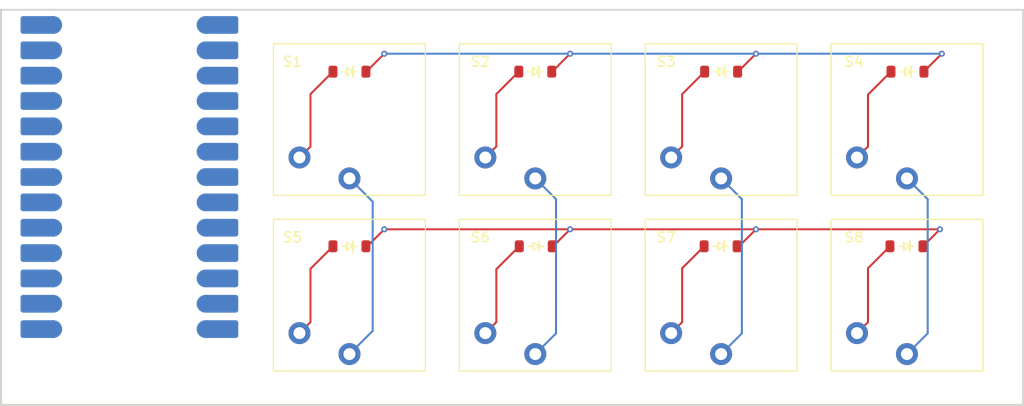
<source format=kicad_pcb>
(kicad_pcb (version 20241229) (generator "pcbnew") (generator_version "9.0")
  (layers (0 "F.Cu" signal) (2 "B.Cu" signal) (13 "F.Paste" user) (15 "B.Paste" user) (5 "F.SilkS" user "F.Silkscreen") (7 "B.SilkS" user "B.Silkscreen") (1 "F.Mask" user) (3 "B.Mask" user) (25 "Edge.Cuts" user))
  (net 0 "")
  (net 1 "Row0")
  (net 2 "Net-(D1-A)")
  (net 3 "Net-(D2-A)")
  (net 4 "Net-(D3-A)")
  (net 5 "Net-(D4-A)")
  (net 6 "Net-(D5-A)")
  (net 7 "Row1")
  (net 8 "Net-(D6-A)")
  (net 9 "Net-(D7-A)")
  (net 10 "Net-(D8-A)")
  (net 11 "Col1")
  (net 12 "Col0")
  (net 13 "Col2")
  (net 14 "Col3")
  (footprint "ScottoKeebs_Components:Diode_SOD-123" (layer "F.Cu") (at 135.65 65.5 180)
    (property "Reference" "D7" (hide yes))
    (property "Value" "Diode")
    (fp_line (start 0.25 0.4) (end -0.35 0) (stroke (width 0.15)) (layer "F.SilkS"))
    (fp_line (start 0.25 0) (end 0.75 0) (stroke (width 0.15)) (layer "F.SilkS"))
    (fp_line (start 0.25 -0.4) (end 0.25 0.4) (stroke (width 0.15)) (layer "F.SilkS"))
    (fp_line (start -0.35 0) (end 0.25 -0.4) (stroke (width 0.15)) (layer "F.SilkS"))
    (fp_line (start -0.35 0) (end -0.35 0.55) (stroke (width 0.15)) (layer "F.SilkS"))
    (fp_line (start -0.35 0) (end -0.35 -0.55) (stroke (width 0.15)) (layer "F.SilkS"))
    (fp_line (start -0.75 0) (end -0.35 0) (stroke (width 0.15)) (layer "F.SilkS"))
    (pad "1" smd roundrect (at -1.65 0 180) (size 0.9 1.2) (layers "F.Cu" "F.Mask" "F.Paste") (net 7 "Row1"))
    (pad "2" smd roundrect (at 1.65 0 180) (size 0.9 1.2) (layers "F.Cu" "F.Mask" "F.Paste") (net 9 "Net-(D7-A)"))
  )
  (footprint "PCM_Switch_Keyboard_Kailh:SW_Kailh_Choc_V1" (layer "F.Cu") (at 135.7 70.4 180)
    (property "Reference" "S7" (at 5.5 5.8 0) (layer "F.SilkS"))
    (property "Value" "Keyswitch")
    (fp_line (start 7.6 7.6) (end 7.6 -7.6) (stroke (width 0.12)) (layer "F.SilkS"))
    (fp_line (start 7.6 -7.6) (end -7.6 -7.6) (stroke (width 0.12)) (layer "F.SilkS"))
    (fp_line (start -7.6 7.6) (end 7.6 7.6) (stroke (width 0.12)) (layer "F.SilkS"))
    (fp_line (start -7.6 -7.6) (end -7.6 7.6) (stroke (width 0.12)) (layer "F.SilkS"))
    (pad "" np_thru_hole circle (at -5.5 0 180) (size 1.9 1.9) (drill 1.9) (layers "*.Cu" "*.Mask"))
    (pad "" np_thru_hole circle (at 0 0 180) (size 3.45 3.45) (drill 3.45) (layers "*.Cu" "*.Mask"))
    (pad "" np_thru_hole circle (at 5.5 0 180) (size 1.9 1.9) (drill 1.9) (layers "*.Cu" "*.Mask"))
    (pad "1" thru_hole circle (at 0 -5.9 180) (size 2.2 2.2) (drill 1.2) (layers "*.Cu" "*.Mask") (net 13 "Col2"))
    (pad "2" thru_hole circle (at 5 -3.8 180) (size 2.2 2.2) (drill 1.2) (layers "*.Cu" "*.Mask") (net 9 "Net-(D7-A)"))
  )
  (footprint "ScottoKeebs_Components:Diode_SOD-123" (layer "F.Cu") (at 98.5 48 180)
    (property "Reference" "D1" (hide yes))
    (property "Value" "Diode")
    (fp_line (start 0.25 0.4) (end -0.35 0) (stroke (width 0.15)) (layer "F.SilkS"))
    (fp_line (start 0.25 0) (end 0.75 0) (stroke (width 0.15)) (layer "F.SilkS"))
    (fp_line (start 0.25 -0.4) (end 0.25 0.4) (stroke (width 0.15)) (layer "F.SilkS"))
    (fp_line (start -0.35 0) (end 0.25 -0.4) (stroke (width 0.15)) (layer "F.SilkS"))
    (fp_line (start -0.35 0) (end -0.35 0.55) (stroke (width 0.15)) (layer "F.SilkS"))
    (fp_line (start -0.35 0) (end -0.35 -0.55) (stroke (width 0.15)) (layer "F.SilkS"))
    (fp_line (start -0.75 0) (end -0.35 0) (stroke (width 0.15)) (layer "F.SilkS"))
    (pad "1" smd roundrect (at -1.65 0 180) (size 0.9 1.2) (layers "F.Cu" "F.Mask" "F.Paste") (net 1 "Row0"))
    (pad "2" smd roundrect (at 1.65 0 180) (size 0.9 1.2) (layers "F.Cu" "F.Mask" "F.Paste") (net 2 "Net-(D1-A)"))
  )
  (footprint "ScottoKeebs_Components:Diode_SOD-123" (layer "F.Cu") (at 117.15 65.5 180)
    (property "Reference" "D6" (hide yes))
    (property "Value" "Diode")
    (fp_line (start 0.25 0.4) (end -0.35 0) (stroke (width 0.15)) (layer "F.SilkS"))
    (fp_line (start 0.25 0) (end 0.75 0) (stroke (width 0.15)) (layer "F.SilkS"))
    (fp_line (start 0.25 -0.4) (end 0.25 0.4) (stroke (width 0.15)) (layer "F.SilkS"))
    (fp_line (start -0.35 0) (end 0.25 -0.4) (stroke (width 0.15)) (layer "F.SilkS"))
    (fp_line (start -0.35 0) (end -0.35 0.55) (stroke (width 0.15)) (layer "F.SilkS"))
    (fp_line (start -0.35 0) (end -0.35 -0.55) (stroke (width 0.15)) (layer "F.SilkS"))
    (fp_line (start -0.75 0) (end -0.35 0) (stroke (width 0.15)) (layer "F.SilkS"))
    (pad "1" smd roundrect (at -1.65 0 180) (size 0.9 1.2) (layers "F.Cu" "F.Mask" "F.Paste") (net 7 "Row1"))
    (pad "2" smd roundrect (at 1.65 0 180) (size 0.9 1.2) (layers "F.Cu" "F.Mask" "F.Paste") (net 8 "Net-(D6-A)"))
  )
  (footprint "ScottoKeebs_Components:Diode_SOD-123" (layer "F.Cu") (at 117.1 48 180)
    (property "Reference" "D2" (hide yes))
    (property "Value" "Diode")
    (fp_line (start 0.25 0.4) (end -0.35 0) (stroke (width 0.15)) (layer "F.SilkS"))
    (fp_line (start 0.25 0) (end 0.75 0) (stroke (width 0.15)) (layer "F.SilkS"))
    (fp_line (start 0.25 -0.4) (end 0.25 0.4) (stroke (width 0.15)) (layer "F.SilkS"))
    (fp_line (start -0.35 0) (end 0.25 -0.4) (stroke (width 0.15)) (layer "F.SilkS"))
    (fp_line (start -0.35 0) (end -0.35 0.55) (stroke (width 0.15)) (layer "F.SilkS"))
    (fp_line (start -0.35 0) (end -0.35 -0.55) (stroke (width 0.15)) (layer "F.SilkS"))
    (fp_line (start -0.75 0) (end -0.35 0) (stroke (width 0.15)) (layer "F.SilkS"))
    (pad "1" smd roundrect (at -1.65 0 180) (size 0.9 1.2) (layers "F.Cu" "F.Mask" "F.Paste") (net 1 "Row0"))
    (pad "2" smd roundrect (at 1.65 0 180) (size 0.9 1.2) (layers "F.Cu" "F.Mask" "F.Paste") (net 3 "Net-(D2-A)"))
  )
  (footprint "ScottoKeebs_Components:Diode_SOD-123" (layer "F.Cu") (at 98.5 65.5 180)
    (property "Reference" "D5" (hide yes))
    (property "Value" "Diode")
    (fp_line (start 0.25 0.4) (end -0.35 0) (stroke (width 0.15)) (layer "F.SilkS"))
    (fp_line (start 0.25 0) (end 0.75 0) (stroke (width 0.15)) (layer "F.SilkS"))
    (fp_line (start 0.25 -0.4) (end 0.25 0.4) (stroke (width 0.15)) (layer "F.SilkS"))
    (fp_line (start -0.35 0) (end 0.25 -0.4) (stroke (width 0.15)) (layer "F.SilkS"))
    (fp_line (start -0.35 0) (end -0.35 0.55) (stroke (width 0.15)) (layer "F.SilkS"))
    (fp_line (start -0.35 0) (end -0.35 -0.55) (stroke (width 0.15)) (layer "F.SilkS"))
    (fp_line (start -0.75 0) (end -0.35 0) (stroke (width 0.15)) (layer "F.SilkS"))
    (pad "1" smd roundrect (at -1.65 0 180) (size 0.9 1.2) (layers "F.Cu" "F.Mask" "F.Paste") (net 7 "Row1"))
    (pad "2" smd roundrect (at 1.65 0 180) (size 0.9 1.2) (layers "F.Cu" "F.Mask" "F.Paste") (net 6 "Net-(D5-A)"))
  )
  (footprint "ScottoKeebs_Components:Diode_SOD-123" (layer "F.Cu") (at 135.7 48 180)
    (property "Reference" "D3" (hide yes))
    (property "Value" "Diode")
    (fp_line (start 0.25 0.4) (end -0.35 0) (stroke (width 0.15)) (layer "F.SilkS"))
    (fp_line (start 0.25 0) (end 0.75 0) (stroke (width 0.15)) (layer "F.SilkS"))
    (fp_line (start 0.25 -0.4) (end 0.25 0.4) (stroke (width 0.15)) (layer "F.SilkS"))
    (fp_line (start -0.35 0) (end 0.25 -0.4) (stroke (width 0.15)) (layer "F.SilkS"))
    (fp_line (start -0.35 0) (end -0.35 0.55) (stroke (width 0.15)) (layer "F.SilkS"))
    (fp_line (start -0.35 0) (end -0.35 -0.55) (stroke (width 0.15)) (layer "F.SilkS"))
    (fp_line (start -0.75 0) (end -0.35 0) (stroke (width 0.15)) (layer "F.SilkS"))
    (pad "1" smd roundrect (at -1.65 0 180) (size 0.9 1.2) (layers "F.Cu" "F.Mask" "F.Paste") (net 1 "Row0"))
    (pad "2" smd roundrect (at 1.65 0 180) (size 0.9 1.2) (layers "F.Cu" "F.Mask" "F.Paste") (net 4 "Net-(D3-A)"))
  )
  (footprint "PCM_Switch_Keyboard_Kailh:SW_Kailh_Choc_V1" (layer "F.Cu") (at 154.3 70.4 180)
    (property "Reference" "S8" (at 5.3 5.8 0) (layer "F.SilkS"))
    (property "Value" "Keyswitch")
    (fp_line (start 7.6 7.6) (end 7.6 -7.6) (stroke (width 0.12)) (layer "F.SilkS"))
    (fp_line (start 7.6 -7.6) (end -7.6 -7.6) (stroke (width 0.12)) (layer "F.SilkS"))
    (fp_line (start -7.6 7.6) (end 7.6 7.6) (stroke (width 0.12)) (layer "F.SilkS"))
    (fp_line (start -7.6 -7.6) (end -7.6 7.6) (stroke (width 0.12)) (layer "F.SilkS"))
    (pad "" np_thru_hole circle (at -5.5 0 180) (size 1.9 1.9) (drill 1.9) (layers "*.Cu" "*.Mask"))
    (pad "" np_thru_hole circle (at 0 0 180) (size 3.45 3.45) (drill 3.45) (layers "*.Cu" "*.Mask"))
    (pad "" np_thru_hole circle (at 5.5 0 180) (size 1.9 1.9) (drill 1.9) (layers "*.Cu" "*.Mask"))
    (pad "1" thru_hole circle (at 0 -5.9 180) (size 2.2 2.2) (drill 1.2) (layers "*.Cu" "*.Mask") (net 14 "Col3"))
    (pad "2" thru_hole circle (at 5 -3.8 180) (size 2.2 2.2) (drill 1.2) (layers "*.Cu" "*.Mask") (net 10 "Net-(D8-A)"))
  )
  (footprint "PCM_Switch_Keyboard_Kailh:SW_Kailh_Choc_V1" (layer "F.Cu") (at 98.5 52.8 180)
    (property "Reference" "S1" (at 5.7 5.8 0) (layer "F.SilkS"))
    (property "Value" "Keyswitch")
    (fp_line (start 7.6 7.6) (end 7.6 -7.6) (stroke (width 0.12)) (layer "F.SilkS"))
    (fp_line (start 7.6 -7.6) (end -7.6 -7.6) (stroke (width 0.12)) (layer "F.SilkS"))
    (fp_line (start -7.6 7.6) (end 7.6 7.6) (stroke (width 0.12)) (layer "F.SilkS"))
    (fp_line (start -7.6 -7.6) (end -7.6 7.6) (stroke (width 0.12)) (layer "F.SilkS"))
    (pad "" np_thru_hole circle (at -5.5 0 180) (size 1.9 1.9) (drill 1.9) (layers "*.Cu" "*.Mask"))
    (pad "" np_thru_hole circle (at 0 0 180) (size 3.45 3.45) (drill 3.45) (layers "*.Cu" "*.Mask"))
    (pad "" np_thru_hole circle (at 5.5 0 180) (size 1.9 1.9) (drill 1.9) (layers "*.Cu" "*.Mask"))
    (pad "1" thru_hole circle (at 0 -5.9 180) (size 2.2 2.2) (drill 1.2) (layers "*.Cu" "*.Mask") (net 12 "Col0"))
    (pad "2" thru_hole circle (at 5 -3.8 180) (size 2.2 2.2) (drill 1.2) (layers "*.Cu" "*.Mask") (net 2 "Net-(D1-A)"))
  )
  (footprint "ScottoKeebs_Components:Diode_SOD-123" (layer "F.Cu") (at 154.35 48 180)
    (property "Reference" "D4" (hide yes))
    (property "Value" "Diode")
    (fp_line (start 0.25 0.4) (end -0.35 0) (stroke (width 0.15)) (layer "F.SilkS"))
    (fp_line (start 0.25 0) (end 0.75 0) (stroke (width 0.15)) (layer "F.SilkS"))
    (fp_line (start 0.25 -0.4) (end 0.25 0.4) (stroke (width 0.15)) (layer "F.SilkS"))
    (fp_line (start -0.35 0) (end 0.25 -0.4) (stroke (width 0.15)) (layer "F.SilkS"))
    (fp_line (start -0.35 0) (end -0.35 0.55) (stroke (width 0.15)) (layer "F.SilkS"))
    (fp_line (start -0.35 0) (end -0.35 -0.55) (stroke (width 0.15)) (layer "F.SilkS"))
    (fp_line (start -0.75 0) (end -0.35 0) (stroke (width 0.15)) (layer "F.SilkS"))
    (pad "1" smd roundrect (at -1.65 0 180) (size 0.9 1.2) (layers "F.Cu" "F.Mask" "F.Paste") (net 1 "Row0"))
    (pad "2" smd roundrect (at 1.65 0 180) (size 0.9 1.2) (layers "F.Cu" "F.Mask" "F.Paste") (net 5 "Net-(D4-A)"))
  )
  (footprint "PCM_Switch_Keyboard_Kailh:SW_Kailh_Choc_V1" (layer "F.Cu") (at 117.1 52.8 180)
    (property "Reference" "S2" (at 5.5 5.8 0) (layer "F.SilkS"))
    (property "Value" "Keyswitch")
    (fp_line (start 7.6 7.6) (end 7.6 -7.6) (stroke (width 0.12)) (layer "F.SilkS"))
    (fp_line (start 7.6 -7.6) (end -7.6 -7.6) (stroke (width 0.12)) (layer "F.SilkS"))
    (fp_line (start -7.6 7.6) (end 7.6 7.6) (stroke (width 0.12)) (layer "F.SilkS"))
    (fp_line (start -7.6 -7.6) (end -7.6 7.6) (stroke (width 0.12)) (layer "F.SilkS"))
    (pad "" np_thru_hole circle (at -5.5 0 180) (size 1.9 1.9) (drill 1.9) (layers "*.Cu" "*.Mask"))
    (pad "" np_thru_hole circle (at 0 0 180) (size 3.45 3.45) (drill 3.45) (layers "*.Cu" "*.Mask"))
    (pad "" np_thru_hole circle (at 5.5 0 180) (size 1.9 1.9) (drill 1.9) (layers "*.Cu" "*.Mask"))
    (pad "1" thru_hole circle (at 0 -5.9 180) (size 2.2 2.2) (drill 1.2) (layers "*.Cu" "*.Mask") (net 11 "Col1"))
    (pad "2" thru_hole circle (at 5 -3.8 180) (size 2.2 2.2) (drill 1.2) (layers "*.Cu" "*.Mask") (net 3 "Net-(D2-A)"))
  )
  (footprint "PCM_Switch_Keyboard_Kailh:SW_Kailh_Choc_V1" (layer "F.Cu") (at 135.7 52.8 180)
    (property "Reference" "S3" (at 5.5 5.8 0) (layer "F.SilkS"))
    (property "Value" "Keyswitch")
    (fp_line (start 7.6 7.6) (end 7.6 -7.6) (stroke (width 0.12)) (layer "F.SilkS"))
    (fp_line (start 7.6 -7.6) (end -7.6 -7.6) (stroke (width 0.12)) (layer "F.SilkS"))
    (fp_line (start -7.6 7.6) (end 7.6 7.6) (stroke (width 0.12)) (layer "F.SilkS"))
    (fp_line (start -7.6 -7.6) (end -7.6 7.6) (stroke (width 0.12)) (layer "F.SilkS"))
    (pad "" np_thru_hole circle (at -5.5 0 180) (size 1.9 1.9) (drill 1.9) (layers "*.Cu" "*.Mask"))
    (pad "" np_thru_hole circle (at 0 0 180) (size 3.45 3.45) (drill 3.45) (layers "*.Cu" "*.Mask"))
    (pad "" np_thru_hole circle (at 5.5 0 180) (size 1.9 1.9) (drill 1.9) (layers "*.Cu" "*.Mask"))
    (pad "1" thru_hole circle (at 0 -5.9 180) (size 2.2 2.2) (drill 1.2) (layers "*.Cu" "*.Mask") (net 13 "Col2"))
    (pad "2" thru_hole circle (at 5 -3.8 180) (size 2.2 2.2) (drill 1.2) (layers "*.Cu" "*.Mask") (net 4 "Net-(D3-A)"))
  )
  (footprint "PCM_Switch_Keyboard_Kailh:SW_Kailh_Choc_V1" (layer "F.Cu") (at 117.1 70.4 180)
    (property "Reference" "S6" (at 5.5 5.8 0) (layer "F.SilkS"))
    (property "Value" "Keyswitch")
    (fp_line (start 7.6 7.6) (end 7.6 -7.6) (stroke (width 0.12)) (layer "F.SilkS"))
    (fp_line (start 7.6 -7.6) (end -7.6 -7.6) (stroke (width 0.12)) (layer "F.SilkS"))
    (fp_line (start -7.6 7.6) (end 7.6 7.6) (stroke (width 0.12)) (layer "F.SilkS"))
    (fp_line (start -7.6 -7.6) (end -7.6 7.6) (stroke (width 0.12)) (layer "F.SilkS"))
    (pad "" np_thru_hole circle (at -5.5 0 180) (size 1.9 1.9) (drill 1.9) (layers "*.Cu" "*.Mask"))
    (pad "" np_thru_hole circle (at 0 0 180) (size 3.45 3.45) (drill 3.45) (layers "*.Cu" "*.Mask"))
    (pad "" np_thru_hole circle (at 5.5 0 180) (size 1.9 1.9) (drill 1.9) (layers "*.Cu" "*.Mask"))
    (pad "1" thru_hole circle (at 0 -5.9 180) (size 2.2 2.2) (drill 1.2) (layers "*.Cu" "*.Mask") (net 11 "Col1"))
    (pad "2" thru_hole circle (at 5 -3.8 180) (size 2.2 2.2) (drill 1.2) (layers "*.Cu" "*.Mask") (net 8 "Net-(D6-A)"))
  )
  (footprint "ScottoKeebs_Components:Diode_SOD-123" (layer "F.Cu") (at 154.25 65.5 180)
    (property "Reference" "D8" (hide yes))
    (property "Value" "Diode")
    (fp_line (start 0.25 0.4) (end -0.35 0) (stroke (width 0.15)) (layer "F.SilkS"))
    (fp_line (start 0.25 0) (end 0.75 0) (stroke (width 0.15)) (layer "F.SilkS"))
    (fp_line (start 0.25 -0.4) (end 0.25 0.4) (stroke (width 0.15)) (layer "F.SilkS"))
    (fp_line (start -0.35 0) (end 0.25 -0.4) (stroke (width 0.15)) (layer "F.SilkS"))
    (fp_line (start -0.35 0) (end -0.35 0.55) (stroke (width 0.15)) (layer "F.SilkS"))
    (fp_line (start -0.35 0) (end -0.35 -0.55) (stroke (width 0.15)) (layer "F.SilkS"))
    (fp_line (start -0.75 0) (end -0.35 0) (stroke (width 0.15)) (layer "F.SilkS"))
    (pad "1" smd roundrect (at -1.65 0 180) (size 0.9 1.2) (layers "F.Cu" "F.Mask" "F.Paste") (net 7 "Row1"))
    (pad "2" smd roundrect (at 1.65 0 180) (size 0.9 1.2) (layers "F.Cu" "F.Mask" "F.Paste") (net 10 "Net-(D8-A)"))
  )
  (footprint "PCM_Switch_Keyboard_Kailh:SW_Kailh_Choc_V1" (layer "F.Cu") (at 98.5 70.4 180)
    (property "Reference" "S5" (at 5.7 5.8 0) (layer "F.SilkS"))
    (property "Value" "Keyswitch")
    (fp_line (start 7.6 7.6) (end 7.6 -7.6) (stroke (width 0.12)) (layer "F.SilkS"))
    (fp_line (start 7.6 -7.6) (end -7.6 -7.6) (stroke (width 0.12)) (layer "F.SilkS"))
    (fp_line (start -7.6 7.6) (end 7.6 7.6) (stroke (width 0.12)) (layer "F.SilkS"))
    (fp_line (start -7.6 -7.6) (end -7.6 7.6) (stroke (width 0.12)) (layer "F.SilkS"))
    (pad "" np_thru_hole circle (at -5.5 0 180) (size 1.9 1.9) (drill 1.9) (layers "*.Cu" "*.Mask"))
    (pad "" np_thru_hole circle (at 0 0 180) (size 3.45 3.45) (drill 3.45) (layers "*.Cu" "*.Mask"))
    (pad "" np_thru_hole circle (at 5.5 0 180) (size 1.9 1.9) (drill 1.9) (layers "*.Cu" "*.Mask"))
    (pad "1" thru_hole circle (at 0 -5.9 180) (size 2.2 2.2) (drill 1.2) (layers "*.Cu" "*.Mask") (net 12 "Col0"))
    (pad "2" thru_hole circle (at 5 -3.8 180) (size 2.2 2.2) (drill 1.2) (layers "*.Cu" "*.Mask") (net 6 "Net-(D5-A)"))
  )
  (footprint "PCM_Switch_Keyboard_Kailh:SW_Kailh_Choc_V1" (layer "F.Cu") (at 154.3 52.8 180)
    (property "Reference" "S4" (at 5.3 5.8 0) (layer "F.SilkS"))
    (property "Value" "Keyswitch")
    (fp_line (start 7.6 7.6) (end 7.6 -7.6) (stroke (width 0.12)) (layer "F.SilkS"))
    (fp_line (start 7.6 -7.6) (end -7.6 -7.6) (stroke (width 0.12)) (layer "F.SilkS"))
    (fp_line (start -7.6 7.6) (end 7.6 7.6) (stroke (width 0.12)) (layer "F.SilkS"))
    (fp_line (start -7.6 -7.6) (end -7.6 7.6) (stroke (width 0.12)) (layer "F.SilkS"))
    (pad "" np_thru_hole circle (at -5.5 0 180) (size 1.9 1.9) (drill 1.9) (layers "*.Cu" "*.Mask"))
    (pad "" np_thru_hole circle (at 0 0 180) (size 3.45 3.45) (drill 3.45) (layers "*.Cu" "*.Mask"))
    (pad "" np_thru_hole circle (at 5.5 0 180) (size 1.9 1.9) (drill 1.9) (layers "*.Cu" "*.Mask"))
    (pad "1" thru_hole circle (at 0 -5.9 180) (size 2.2 2.2) (drill 1.2) (layers "*.Cu" "*.Mask") (net 14 "Col3"))
    (pad "2" thru_hole circle (at 5 -3.8 180) (size 2.2 2.2) (drill 1.2) (layers "*.Cu" "*.Mask") (net 5 "Net-(D4-A)"))
  )
  (footprint "ScottoKeebs_MCU:Adafruit_KB2040_SMD" (layer "B.Cu") (at 76.48625 58.55 180)
    (property "Reference" "U1" (hide yes))
    (property "Value" "kb2040" (hide yes))
    (pad "1" smd roundrect (at -9.11 15.23 180) (size 3.556 1.778) (layers "B.Cu" "B.Mask") (roundrect_rratio 0.1406074241))
    (pad "1" smd circle (at -7.61 15.23 180) (size 1.778 1.778) (layers "B.Cu" "B.Mask" "B.Paste"))
    (pad "2" smd roundrect (at -9.11 12.69 180) (size 3.556 1.778) (layers "B.Cu" "B.Mask") (roundrect_rratio 0.1406074241))
    (pad "2" smd circle (at -7.61 12.69 180) (size 1.778 1.778) (layers "B.Cu" "B.Mask" "B.Paste"))
    (pad "3" smd roundrect (at -9.11 10.15 180) (size 3.556 1.778) (layers "B.Cu" "B.Mask") (roundrect_rratio 0.1406074241))
    (pad "3" smd circle (at -7.61 10.15 180) (size 1.778 1.778) (layers "B.Cu" "B.Mask" "B.Paste"))
    (pad "4" smd roundrect (at -9.11 7.61 180) (size 3.556 1.778) (layers "B.Cu" "B.Mask") (roundrect_rratio 0.1406074241))
    (pad "4" smd circle (at -7.61 7.61 180) (size 1.778 1.778) (layers "B.Cu" "B.Mask" "B.Paste"))
    (pad "5" smd roundrect (at -9.11 5.07 180) (size 3.556 1.778) (layers "B.Cu" "B.Mask") (roundrect_rratio 0.1406074241))
    (pad "5" smd circle (at -7.61 5.07 180) (size 1.778 1.778) (layers "B.Cu" "B.Mask" "B.Paste"))
    (pad "6" smd roundrect (at -9.11 2.53 180) (size 3.556 1.778) (layers "B.Cu" "B.Mask") (roundrect_rratio 0.1406074241) (net 7 "Row1"))
    (pad "6" smd circle (at -7.61 2.53 180) (size 1.778 1.778) (layers "B.Cu" "B.Mask" "B.Paste") (net 7 "Row1"))
    (pad "7" smd roundrect (at -9.11 -0.01 180) (size 3.556 1.778) (layers "B.Cu" "B.Mask") (roundrect_rratio 0.1406074241) (net 1 "Row0"))
    (pad "7" smd circle (at -7.61 -0.01 180) (size 1.778 1.778) (layers "B.Cu" "B.Mask" "B.Paste") (net 1 "Row0"))
    (pad "8" smd roundrect (at -9.11 -2.55 180) (size 3.556 1.778) (layers "B.Cu" "B.Mask") (roundrect_rratio 0.1406074241) (net 14 "Col3"))
    (pad "8" smd circle (at -7.61 -2.55 180) (size 1.778 1.778) (layers "B.Cu" "B.Mask" "B.Paste") (net 14 "Col3"))
    (pad "9" smd roundrect (at -9.11 -5.09 180) (size 3.556 1.778) (layers "B.Cu" "B.Mask") (roundrect_rratio 0.1406074241) (net 13 "Col2"))
    (pad "9" smd circle (at -7.61 -5.09 180) (size 1.778 1.778) (layers "B.Cu" "B.Mask" "B.Paste") (net 13 "Col2"))
    (pad "10" smd roundrect (at -9.11 -7.63 180) (size 3.556 1.778) (layers "B.Cu" "B.Mask") (roundrect_rratio 0.1406074241) (net 11 "Col1"))
    (pad "10" smd circle (at -7.61 -7.63 180) (size 1.778 1.778) (layers "B.Cu" "B.Mask" "B.Paste") (net 11 "Col1"))
    (pad "11" smd roundrect (at -9.11 -10.17 180) (size 3.556 1.778) (layers "B.Cu" "B.Mask") (roundrect_rratio 0.1406074241) (net 12 "Col0"))
    (pad "11" smd circle (at -7.61 -10.17 180) (size 1.778 1.778) (layers "B.Cu" "B.Mask" "B.Paste") (net 12 "Col0"))
    (pad "12" smd roundrect (at -9.11 -12.71 180) (size 3.556 1.778) (layers "B.Cu" "B.Mask") (roundrect_rratio 0.1406074241))
    (pad "12" smd circle (at -7.61 -12.71 180) (size 1.778 1.778) (layers "B.Cu" "B.Mask" "B.Paste"))
    (pad "13" smd roundrect (at -9.11 -15.25 180) (size 3.556 1.778) (layers "B.Cu" "B.Mask") (roundrect_rratio 0.1406074241))
    (pad "13" smd circle (at -7.61 -15.25 180) (size 1.778 1.778) (layers "B.Cu" "B.Mask" "B.Paste"))
    (pad "14" smd circle (at 7.63 15.23 180) (size 1.778 1.778) (layers "B.Cu" "B.Mask" "B.Paste"))
    (pad "14" smd roundrect (at 9.13 15.23 180) (size 3.556 1.778) (layers "B.Cu" "B.Mask") (roundrect_rratio 0.1406074241))
    (pad "15" smd circle (at 7.63 12.69 180) (size 1.778 1.778) (layers "B.Cu" "B.Mask" "B.Paste"))
    (pad "15" smd roundrect (at 9.13 12.69 180) (size 3.556 1.778) (layers "B.Cu" "B.Mask") (roundrect_rratio 0.1406074241))
    (pad "16" smd circle (at 7.63 10.15 180) (size 1.778 1.778) (layers "B.Cu" "B.Mask" "B.Paste"))
    (pad "16" smd roundrect (at 9.13 10.15 180) (size 3.556 1.778) (layers "B.Cu" "B.Mask") (roundrect_rratio 0.1406074241))
    (pad "17" smd circle (at 7.63 7.61 180) (size 1.778 1.778) (layers "B.Cu" "B.Mask" "B.Paste"))
    (pad "17" smd roundrect (at 9.13 7.61 180) (size 3.556 1.778) (layers "B.Cu" "B.Mask") (roundrect_rratio 0.1406074241))
    (pad "18" smd circle (at 7.63 5.07 180) (size 1.778 1.778) (layers "B.Cu" "B.Mask" "B.Paste"))
    (pad "18" smd roundrect (at 9.13 5.07 180) (size 3.556 1.778) (layers "B.Cu" "B.Mask") (roundrect_rratio 0.1406074241))
    (pad "19" smd circle (at 7.63 2.53 180) (size 1.778 1.778) (layers "B.Cu" "B.Mask" "B.Paste"))
    (pad "19" smd roundrect (at 9.13 2.53 180) (size 3.556 1.778) (layers "B.Cu" "B.Mask") (roundrect_rratio 0.1406074241))
    (pad "20" smd circle (at 7.63 -0.01 180) (size 1.778 1.778) (layers "B.Cu" "B.Mask" "B.Paste"))
    (pad "20" smd roundrect (at 9.13 -0.01 180) (size 3.556 1.778) (layers "B.Cu" "B.Mask") (roundrect_rratio 0.1406074241))
    (pad "21" smd circle (at 7.63 -2.55 180) (size 1.778 1.778) (layers "B.Cu" "B.Mask" "B.Paste"))
    (pad "21" smd roundrect (at 9.13 -2.55 180) (size 3.556 1.778) (layers "B.Cu" "B.Mask") (roundrect_rratio 0.1406074241))
    (pad "22" smd circle (at 7.63 -5.09 180) (size 1.778 1.778) (layers "B.Cu" "B.Mask" "B.Paste"))
    (pad "22" smd roundrect (at 9.13 -5.09 180) (size 3.556 1.778) (layers "B.Cu" "B.Mask") (roundrect_rratio 0.1406074241))
    (pad "23" smd circle (at 7.63 -7.63 180) (size 1.778 1.778) (layers "B.Cu" "B.Mask" "B.Paste"))
    (pad "23" smd roundrect (at 9.13 -7.63 180) (size 3.556 1.778) (layers "B.Cu" "B.Mask") (roundrect_rratio 0.1406074241))
    (pad "24" smd circle (at 7.63 -10.17 180) (size 1.778 1.778) (layers "B.Cu" "B.Mask" "B.Paste"))
    (pad "24" smd roundrect (at 9.13 -10.17 180) (size 3.556 1.778) (layers "B.Cu" "B.Mask") (roundrect_rratio 0.1406074241))
    (pad "25" smd circle (at 7.63 -12.71 180) (size 1.778 1.778) (layers "B.Cu" "B.Mask" "B.Paste"))
    (pad "25" smd roundrect (at 9.13 -12.71 180) (size 3.556 1.778) (layers "B.Cu" "B.Mask") (roundrect_rratio 0.1406074241))
    (pad "26" smd circle (at 7.63 -15.25 180) (size 1.778 1.778) (layers "B.Cu" "B.Mask" "B.Paste"))
    (pad "26" smd roundrect (at 9.13 -15.25 180) (size 3.556 1.778) (layers "B.Cu" "B.Mask") (roundrect_rratio 0.1406074241))
  )
  (gr_rect (start 63.625 41.8) (end 165.925 81.4) (stroke (width 0.2)) (fill no) (layer "Edge.Cuts"))
  (segment (start 100.1875 48) (end 101.9875 46.2) (width 0.2) (layer "F.Cu") (net 1))
  (segment (start 156 48) (end 156 47.9875) (width 0.2) (layer "F.Cu") (net 1))
  (segment (start 118.75 48) (end 118.7875 48) (width 0.2) (layer "F.Cu") (net 1))
  (segment (start 137.3875 48) (end 139.1875 46.2) (width 0.2) (layer "F.Cu") (net 1))
  (segment (start 156 47.9875) (end 157.7875 46.2) (width 0.2) (layer "F.Cu") (net 1))
  (segment (start 137.35 48) (end 137.3875 48) (width 0.2) (layer "F.Cu") (net 1))
  (segment (start 118.7875 48) (end 120.5875 46.2) (width 0.2) (layer "F.Cu") (net 1))
  (segment (start 100.15 48) (end 100.1875 48) (width 0.2) (layer "F.Cu") (net 1))
  (via (at 101.9875 46.2) (size 0.6) (drill 0.3) (layers "F.Cu" "B.Cu") (net 1))
  (via (at 157.7875 46.2) (size 0.6) (drill 0.3) (layers "F.Cu" "B.Cu") (net 1))
  (via (at 139.1875 46.2) (size 0.6) (drill 0.3) (layers "F.Cu" "B.Cu") (net 1))
  (via (at 120.5875 46.2) (size 0.6) (drill 0.3) (layers "F.Cu" "B.Cu") (net 1))
  (segment (start 101.9875 46.2) (end 120.5875 46.2) (width 0.2) (layer "B.Cu") (net 1))
  (segment (start 139.1875 46.2) (end 120.5875 46.2) (width 0.2) (layer "B.Cu") (net 1))
  (segment (start 157.7875 46.2) (end 139.1875 46.2) (width 0.2) (layer "B.Cu") (net 1))
  (segment (start 94.599999 55.500001) (end 94.599999 50.250001) (width 0.2) (layer "F.Cu") (net 2))
  (segment (start 94.599999 50.250001) (end 96.85 48) (width 0.2) (layer "F.Cu") (net 2))
  (segment (start 93.5 56.6) (end 94.599999 55.500001) (width 0.2) (layer "F.Cu") (net 2))
  (segment (start 113.199999 50.250001) (end 115.45 48) (width 0.2) (layer "F.Cu") (net 3))
  (segment (start 112.1 56.6) (end 113.199999 55.500001) (width 0.2) (layer "F.Cu") (net 3))
  (segment (start 113.199999 55.500001) (end 113.199999 50.250001) (width 0.2) (layer "F.Cu") (net 3))
  (segment (start 131.799999 55.500001) (end 131.799999 50.250001) (width 0.2) (layer "F.Cu") (net 4))
  (segment (start 131.799999 50.250001) (end 134.05 48) (width 0.2) (layer "F.Cu") (net 4))
  (segment (start 130.7 56.6) (end 131.799999 55.500001) (width 0.2) (layer "F.Cu") (net 4))
  (segment (start 150.399999 50.300001) (end 152.7 48) (width 0.2) (layer "F.Cu") (net 5))
  (segment (start 150.399999 55.500001) (end 150.399999 50.300001) (width 0.2) (layer "F.Cu") (net 5))
  (segment (start 149.3 56.6) (end 150.399999 55.500001) (width 0.2) (layer "F.Cu") (net 5))
  (segment (start 94.599999 73.100001) (end 94.599999 67.750001) (width 0.2) (layer "F.Cu") (net 6))
  (segment (start 94.599999 67.750001) (end 96.85 65.5) (width 0.2) (layer "F.Cu") (net 6))
  (segment (start 93.5 74.2) (end 94.599999 73.100001) (width 0.2) (layer "F.Cu") (net 6))
  (segment (start 120.5875 63.8) (end 139.1875 63.8) (width 0.2) (layer "F.Cu") (net 7))
  (segment (start 137.3 65.5) (end 137.4875 65.5) (width 0.2) (layer "F.Cu") (net 7))
  (segment (start 118.8875 65.5) (end 120.5875 63.8) (width 0.2) (layer "F.Cu") (net 7))
  (segment (start 101.9875 63.8) (end 120.5875 63.8) (width 0.2) (layer "F.Cu") (net 7))
  (segment (start 137.4875 65.5) (end 139.1875 63.8) (width 0.2) (layer "F.Cu") (net 7))
  (segment (start 139.1875 63.8) (end 157.6 63.8) (width 0.2) (layer "F.Cu") (net 7))
  (segment (start 157.6 63.8) (end 155.9 65.5) (width 0.2) (layer "F.Cu") (net 7))
  (segment (start 100.2875 65.5) (end 101.9875 63.8) (width 0.2) (layer "F.Cu") (net 7))
  (segment (start 118.8 65.5) (end 118.8875 65.5) (width 0.2) (layer "F.Cu") (net 7))
  (segment (start 100.15 65.5) (end 100.2875 65.5) (width 0.2) (layer "F.Cu") (net 7))
  (via (at 139.1875 63.8) (size 0.6) (drill 0.3) (layers "F.Cu" "B.Cu") (net 7))
  (via (at 120.5875 63.8) (size 0.6) (drill 0.3) (layers "F.Cu" "B.Cu") (net 7))
  (via (at 157.6 63.8) (size 0.6) (drill 0.3) (layers "F.Cu" "B.Cu") (net 7))
  (via (at 101.9875 63.8) (size 0.6) (drill 0.3) (layers "F.Cu" "B.Cu") (net 7))
  (segment (start 85.59625 56.02) (end 86.23 56.02) (width 0.2) (layer "B.Cu") (net 7))
  (segment (start 113.199999 73.100001) (end 113.199999 67.800001) (width 0.2) (layer "F.Cu") (net 8))
  (segment (start 113.199999 67.800001) (end 115.5 65.5) (width 0.2) (layer "F.Cu") (net 8))
  (segment (start 112.1 74.2) (end 113.199999 73.100001) (width 0.2) (layer "F.Cu") (net 8))
  (segment (start 131.799999 67.700001) (end 134 65.5) (width 0.2) (layer "F.Cu") (net 9))
  (segment (start 130.7 74.2) (end 131.799999 73.100001) (width 0.2) (layer "F.Cu") (net 9))
  (segment (start 131.799999 73.100001) (end 131.799999 67.700001) (width 0.2) (layer "F.Cu") (net 9))
  (segment (start 150.399999 67.700001) (end 152.6 65.5) (width 0.2) (layer "F.Cu") (net 10))
  (segment (start 150.399999 73.100001) (end 150.399999 67.700001) (width 0.2) (layer "F.Cu") (net 10))
  (segment (start 149.3 74.2) (end 150.399999 73.100001) (width 0.2) (layer "F.Cu") (net 10))
  (segment (start 119.176 60.776) (end 119.176 74.224) (width 0.2) (layer "B.Cu") (net 11))
  (segment (start 117.1 58.7) (end 119.176 60.776) (width 0.2) (layer "B.Cu") (net 11))
  (segment (start 119.176 74.224) (end 117.1 76.3) (width 0.2) (layer "B.Cu") (net 11))
  (segment (start 98.5 58.7) (end 100.825 61.025) (width 0.2) (layer "B.Cu") (net 12))
  (segment (start 100.825 61.025) (end 100.825 73.975) (width 0.2) (layer "B.Cu") (net 12))
  (segment (start 100.825 73.975) (end 98.5 76.3) (width 0.2) (layer "B.Cu") (net 12))
  (segment (start 137.776 60.776) (end 137.776 74.224) (width 0.2) (layer "B.Cu") (net 13))
  (segment (start 137.776 74.224) (end 135.7 76.3) (width 0.2) (layer "B.Cu") (net 13))
  (segment (start 135.7 58.7) (end 137.776 60.776) (width 0.2) (layer "B.Cu") (net 13))
  (segment (start 156.376 60.776) (end 156.376 74.224) (width 0.2) (layer "B.Cu") (net 14))
  (segment (start 156.376 74.224) (end 154.3 76.3) (width 0.2) (layer "B.Cu") (net 14))
  (segment (start 154.3 58.7) (end 156.376 60.776) (width 0.2) (layer "B.Cu") (net 14))
)
</source>
